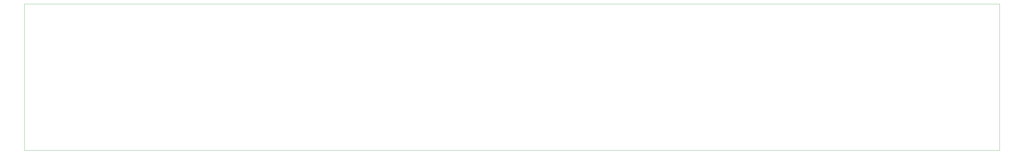
<source format=gbr>
G04 #@! TF.GenerationSoftware,KiCad,Pcbnew,5.1.4-e60b266~84~ubuntu18.04.1*
G04 #@! TF.CreationDate,2019-09-03T19:41:16+02:00*
G04 #@! TF.ProjectId,xFaders_keys,78466164-6572-4735-9f6b-6579732e6b69,rev?*
G04 #@! TF.SameCoordinates,Original*
G04 #@! TF.FileFunction,Profile,NP*
%FSLAX46Y46*%
G04 Gerber Fmt 4.6, Leading zero omitted, Abs format (unit mm)*
G04 Created by KiCad (PCBNEW 5.1.4-e60b266~84~ubuntu18.04.1) date 2019-09-03 19:41:16*
%MOMM*%
%LPD*%
G04 APERTURE LIST*
%ADD10C,0.100000*%
G04 APERTURE END LIST*
D10*
X392430000Y-139700000D02*
X392430000Y-193040000D01*
X38100000Y-139700000D02*
X392430000Y-139700000D01*
X38100000Y-193040000D02*
X38100000Y-139700000D01*
X392430000Y-193040000D02*
X38100000Y-193040000D01*
M02*

</source>
